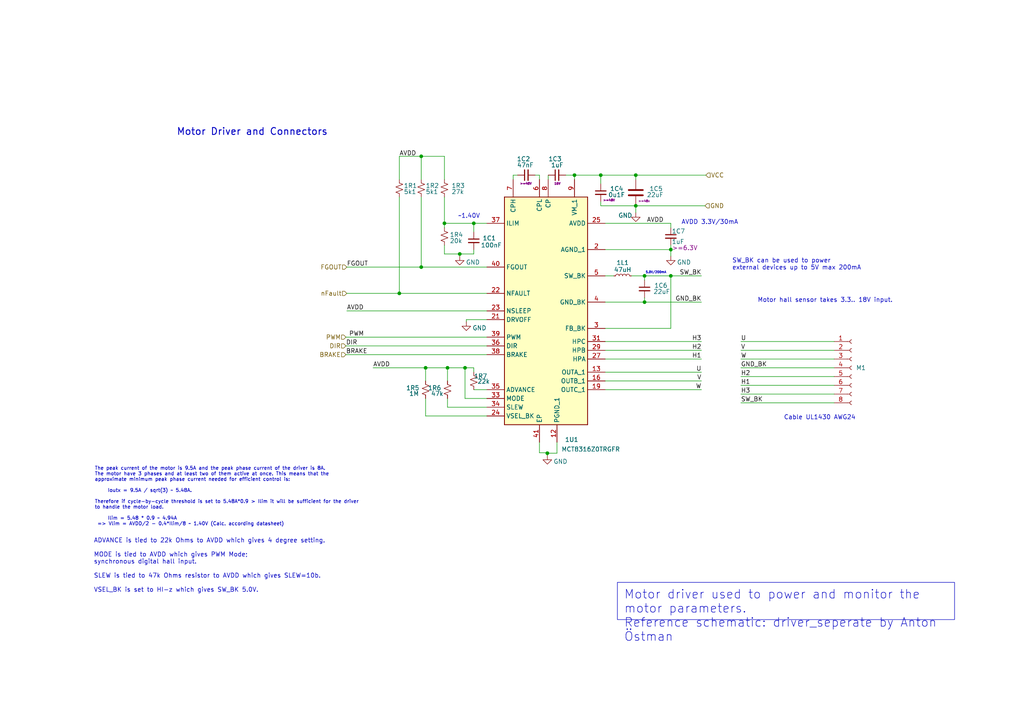
<source format=kicad_sch>
(kicad_sch (version 20231120) (generator "eeschema") (generator_version "8.0")
  (paper "A4")
  (lib_symbols
    (symbol "Connector:Conn_01x08_Socket" (pin_names (offset 1.016) hide)
      (property "Reference" "J" (at 0 10.16 0))
      (property "Value" "Conn_01x08_Socket" (at 0 -12.7 0))
      (symbol "Conn_01x08_Socket_1_1"
        (arc (start 0 -9.652) (mid -0.5058 -10.16) (end 0 -10.668) (stroke (width 0.1524)))
        (arc (start 0 -7.112) (mid -0.5058 -7.62) (end 0 -8.128) (stroke (width 0.1524)))
        (arc (start 0 -4.572) (mid -0.5058 -5.08) (end 0 -5.588) (stroke (width 0.1524)))
        (arc (start 0 -2.032) (mid -0.5058 -2.54) (end 0 -3.048) (stroke (width 0.1524)))
        (polyline (pts (xy -1.27 -10.16) (xy -0.508 -10.16)) (stroke (width 0.1524)))
        (polyline (pts (xy -1.27 -7.62) (xy -0.508 -7.62)) (stroke (width 0.1524)))
        (polyline (pts (xy -1.27 -5.08) (xy -0.508 -5.08)) (stroke (width 0.1524)))
        (polyline (pts (xy -1.27 -2.54) (xy -0.508 -2.54)) (stroke (width 0.1524)))
        (polyline (pts (xy -1.27 0) (xy -0.508 0)) (stroke (width 0.1524)))
        (polyline (pts (xy -1.27 2.54) (xy -0.508 2.54)) (stroke (width 0.1524)))
        (polyline (pts (xy -1.27 5.08) (xy -0.508 5.08)) (stroke (width 0.1524)))
        (polyline (pts (xy -1.27 7.62) (xy -0.508 7.62)) (stroke (width 0.1524)))
        (arc (start 0 0.508) (mid -0.5058 0) (end 0 -0.508) (stroke (width 0.1524)))
        (arc (start 0 3.048) (mid -0.5058 2.54) (end 0 2.032) (stroke (width 0.1524)))
        (arc (start 0 5.588) (mid -0.5058 5.08) (end 0 4.572) (stroke (width 0.1524)))
        (arc (start 0 8.128) (mid -0.5058 7.62) (end 0 7.112) (stroke (width 0.1524)))
        (pin passive line (at -5.08 7.62 0) (length 3.81) (name "Pin_1") (number "1"))
        (pin passive line (at -5.08 5.08 0) (length 3.81) (name "Pin_2") (number "2"))
        (pin passive line (at -5.08 2.54 0) (length 3.81) (name "Pin_3") (number "3"))
        (pin passive line (at -5.08 0 0) (length 3.81) (name "Pin_4") (number "4"))
        (pin passive line (at -5.08 -2.54 0) (length 3.81) (name "Pin_5") (number "5"))
        (pin passive line (at -5.08 -5.08 0) (length 3.81) (name "Pin_6") (number "6"))
        (pin passive line (at -5.08 -7.62 0) (length 3.81) (name "Pin_7") (number "7"))
        (pin passive line (at -5.08 -10.16 0) (length 3.81) (name "Pin_8") (number "8"))
      )
    )
    (symbol "Device:C" (pin_numbers hide) (pin_names (offset 0.254))
      (property "Reference" "C" (at 0.635 2.54 0))
      (property "Value" "C" (at 0.635 -2.54 0))
      (symbol "C_0_1"
        (polyline (pts (xy -2.032 -0.762) (xy 2.032 -0.762)) (stroke (width 0.508)))
        (polyline (pts (xy -2.032 0.762) (xy 2.032 0.762)) (stroke (width 0.508)))
      )
      (symbol "C_1_1"
        (pin passive line (at 0 3.81 270) (length 2.794) (name "~") (number "1"))
        (pin passive line (at 0 -3.81 90) (length 2.794) (name "~") (number "2"))
      )
    )
    (symbol "Device:C_Small" (pin_numbers hide) (pin_names (offset 0.254) hide)
      (property "Reference" "C" (at 0.254 1.778 0))
      (property "Value" "C_Small" (at 0.254 -2.032 0))
      (symbol "C_Small_0_1"
        (polyline (pts (xy -1.524 -0.508) (xy 1.524 -0.508)) (stroke (width 0.3302)))
        (polyline (pts (xy -1.524 0.508) (xy 1.524 0.508)) (stroke (width 0.3048)))
      )
      (symbol "C_Small_1_1"
        (pin passive line (at 0 2.54 270) (length 2.032) (name "~") (number "1"))
        (pin passive line (at 0 -2.54 90) (length 2.032) (name "~") (number "2"))
      )
    )
    (symbol "Device:L_Small" (pin_numbers hide) (pin_names (offset 0.254) hide)
      (property "Reference" "L" (at 0.762 1.016 0))
      (property "Value" "L_Small" (at 0.762 -1.016 0))
      (symbol "L_Small_0_1"
        (arc (start 0 -2.032) (mid 0.5058 -1.524) (end 0 -1.016))
        (arc (start 0 -1.016) (mid 0.5058 -0.508) (end 0 0))
        (arc (start 0 0) (mid 0.5058 0.508) (end 0 1.016))
        (arc (start 0 1.016) (mid 0.5058 1.524) (end 0 2.032))
      )
      (symbol "L_Small_1_1"
        (pin passive line (at 0 2.54 270) (length 0.508) (name "~") (number "1"))
        (pin passive line (at 0 -2.54 90) (length 0.508) (name "~") (number "2"))
      )
    )
    (symbol "Device:R_Small_US" (pin_numbers hide) (pin_names (offset 0.254) hide)
      (property "Reference" "R" (at 0.762 0.508 0))
      (property "Value" "R_Small_US" (at 0.762 -1.016 0))
      (symbol "R_Small_US_1_1"
        (polyline (pts (xy 0 0) (xy 1.016 -0.381) (xy 0 -0.762) (xy -1.016 -1.143) (xy 0 -1.524)))
        (polyline (pts (xy 0 1.524) (xy 1.016 1.143) (xy 0 0.762) (xy -1.016 0.381) (xy 0 0)))
        (pin passive line (at 0 2.54 270) (length 1.016) (name "~") (number "1"))
        (pin passive line (at 0 -2.54 90) (length 1.016) (name "~") (number "2"))
      )
    )
    (symbol "MCT8316Z0TQRGFRQ1:MCT8316Z0TQRGFRQ1"
      (property "Reference" "IC?" (at 5.08 -54.61 0))
      (property "Value" "MCT8316Z0TQRGFRQ1" (at 21.59 -54.61 0))
      (symbol "MCT8316Z0TQRGFRQ1_1_1"
        (rectangle (start 5.08 12.7) (end 29.21 -53.34) (stroke (width 0.254)) (fill (type background)))
        (pin no_connect line (at 29.21 -5.08 180) (length 5.08) hide (name "NC") (number "1"))
        (pin passive line (at 25.4 17.78 270) (length 5.08) hide (name "VM_2") (number "10"))
        (pin passive line (at 25.4 17.78 270) (length 5.08) hide (name "VM_3") (number "11"))
        (pin passive line (at 20.32 -58.42 90) (length 5.08) (name "PGND_1") (number "12"))
        (pin passive line (at 34.29 -38.1 180) (length 5.08) (name "OUTA_1") (number "13"))
        (pin passive line (at 34.29 -38.1 180) (length 5.08) hide (name "OUTA_2") (number "14"))
        (pin passive line (at 20.32 -58.42 90) (length 5.08) hide (name "PGND_2") (number "15"))
        (pin passive line (at 34.29 -40.64 180) (length 5.08) (name "OUTB_1") (number "16"))
        (pin passive line (at 34.29 -40.64 180) (length 5.08) hide (name "OUTB_2") (number "17"))
        (pin passive line (at 20.32 -58.42 90) (length 5.08) hide (name "PGND_3") (number "18"))
        (pin passive line (at 34.29 -43.18 180) (length 5.08) (name "OUTC_1") (number "19"))
        (pin passive line (at 34.29 -2.54 180) (length 5.08) (name "AGND_1") (number "2"))
        (pin passive line (at 34.29 -43.18 180) (length 5.08) hide (name "OUTC_2") (number "20"))
        (pin passive line (at 0 -22.86 0) (length 5.08) (name "DRVOFF") (number "21"))
        (pin passive line (at 0 -15.24 0) (length 5.08) (name "NFAULT") (number "22"))
        (pin passive line (at 0 -20.32 0) (length 5.08) (name "NSLEEP") (number "23"))
        (pin passive line (at 0 -50.8 0) (length 5.08) (name "VSEL_BK") (number "24"))
        (pin passive line (at 34.29 5.08 180) (length 5.08) (name "AVDD") (number "25"))
        (pin passive line (at 34.29 -2.54 180) (length 5.08) hide (name "AGND_2") (number "26"))
        (pin passive line (at 34.29 -34.29 180) (length 5.08) (name "HPA") (number "27"))
        (pin no_connect line (at 29.21 -21.59 180) (length 5.08) hide (name "HNA") (number "28"))
        (pin passive line (at 34.29 -31.75 180) (length 5.08) (name "HPB") (number "29"))
        (pin passive line (at 34.29 -25.4 180) (length 5.08) (name "FB_BK") (number "3"))
        (pin no_connect line (at 29.21 -21.59 180) (length 5.08) hide (name "HNB") (number "30"))
        (pin passive line (at 34.29 -29.21 180) (length 5.08) (name "HPC") (number "31"))
        (pin no_connect line (at 29.21 -21.59 180) (length 5.08) hide (name "HNC") (number "32"))
        (pin passive line (at 0 -45.72 0) (length 5.08) (name "MODE") (number "33"))
        (pin passive line (at 0 -48.26 0) (length 5.08) (name "SLEW") (number "34"))
        (pin passive line (at 0 -43.18 0) (length 5.08) (name "ADVANCE") (number "35"))
        (pin passive line (at 0 -30.48 0) (length 5.08) (name "DIR") (number "36"))
        (pin passive line (at 0 5.08 0) (length 5.08) (name "ILIM") (number "37"))
        (pin passive line (at 0 -33.02 0) (length 5.08) (name "BRAKE") (number "38"))
        (pin passive line (at 0 -27.94 0) (length 5.08) (name "PWM") (number "39"))
        (pin passive line (at 34.29 -17.78 180) (length 5.08) (name "GND_BK") (number "4"))
        (pin passive line (at 0 -7.62 0) (length 5.08) (name "FGOUT") (number "40"))
        (pin passive line (at 15.24 -58.42 90) (length 5.08) (name "EP") (number "41"))
        (pin passive line (at 34.29 -10.16 180) (length 5.08) (name "SW_BK") (number "5"))
        (pin passive line (at 15.24 17.78 270) (length 5.08) (name "CPL") (number "6"))
        (pin passive line (at 7.62 17.78 270) (length 5.08) (name "CPH") (number "7"))
        (pin passive line (at 17.78 17.78 270) (length 5.08) (name "CP") (number "8"))
        (pin passive line (at 25.4 17.78 270) (length 5.08) (name "VM_1") (number "9"))
      )
    )
    (symbol "power:GND" (power) (pin_numbers hide) (pin_names (offset 0) hide)
      (property "Value" "GND" (at 0 -3.81 0))
      (symbol "GND_0_1"
        (polyline (pts (xy 0 0) (xy 0 -1.27) (xy 1.27 -1.27) (xy 0 -2.54) (xy -1.27 -1.27) (xy 0 -1.27)))
      )
      (symbol "GND_1_1"
        (pin power_in line (at 0 0 270) (length 0) (name "~") (number "1"))
      )
    )
  )
  (junction (at 166.624 50.8))
  (junction (at 129.794 106.68))
  (junction (at 184.404 59.69))
  (junction (at 133.35 73.66))
  (junction (at 134.874 106.68))
  (junction (at 186.944 80.01))
  (junction (at 122.174 77.47))
  (junction (at 186.944 87.63))
  (junction (at 184.404 50.8))
  (junction (at 123.444 106.68))
  (junction (at 115.824 85.09))
  (junction (at 122.174 45.339))
  (junction (at 137.414 64.77))
  (junction (at 158.75 131.445))
  (junction (at 174.244 50.8))
  (junction (at 128.905 64.77))
  (junction (at 194.564 72.39))
  (junction (at 194.564 80.01))
  (wire (pts (xy 128.905 57.15) (xy 128.905 64.77)))
  (wire (pts (xy 123.444 120.65) (xy 141.224 120.65)))
  (wire (pts (xy 166.624 50.8) (xy 166.624 52.07)))
  (wire (pts (xy 214.884 109.22) (xy 241.935 109.22)))
  (wire (pts (xy 134.874 106.68) (xy 137.414 106.68)))
  (wire (pts (xy 100.584 85.09) (xy 115.824 85.09)))
  (wire (pts (xy 122.174 45.339) (xy 128.905 45.339)))
  (wire (pts (xy 183.134 80.01) (xy 186.944 80.01)))
  (wire (pts (xy 100.33 100.33) (xy 141.224 100.33)))
  (wire (pts (xy 164.084 50.8) (xy 166.624 50.8)))
  (wire (pts (xy 156.464 131.318) (xy 158.75 131.318)))
  (wire (pts (xy 175.514 101.6) (xy 203.454 101.6)))
  (wire (pts (xy 194.564 71.12) (xy 194.564 72.39)))
  (wire (pts (xy 194.564 64.77) (xy 194.564 66.04)))
  (wire (pts (xy 137.414 113.03) (xy 141.224 113.03)))
  (wire (pts (xy 184.404 59.69) (xy 204.47 59.69)))
  (wire (pts (xy 129.794 115.57) (xy 129.794 118.11)))
  (wire (pts (xy 194.564 72.39) (xy 194.564 74.295)))
  (wire (pts (xy 133.35 73.66) (xy 137.414 73.66)))
  (wire (pts (xy 214.884 116.84) (xy 241.935 116.84)))
  (wire (pts (xy 128.905 45.339) (xy 128.905 52.07)))
  (wire (pts (xy 115.824 45.339) (xy 122.174 45.339)))
  (wire (pts (xy 158.75 131.445) (xy 158.75 132.08)))
  (wire (pts (xy 175.514 107.95) (xy 203.454 107.95)))
  (wire (pts (xy 174.244 50.8) (xy 174.244 53.34)))
  (wire (pts (xy 214.884 99.06) (xy 241.935 99.06)))
  (wire (pts (xy 115.824 45.339) (xy 115.824 52.07)))
  (wire (pts (xy 175.514 113.03) (xy 203.454 113.03)))
  (wire (pts (xy 175.514 95.25) (xy 194.564 95.25)))
  (wire (pts (xy 174.244 50.8) (xy 184.404 50.8)))
  (wire (pts (xy 186.944 80.01) (xy 194.564 80.01)))
  (wire (pts (xy 175.514 104.14) (xy 203.454 104.14)))
  (wire (pts (xy 133.35 73.66) (xy 133.35 74.295)))
  (wire (pts (xy 148.844 50.8) (xy 150.114 50.8)))
  (wire (pts (xy 175.514 110.49) (xy 203.454 110.49)))
  (wire (pts (xy 175.514 87.63) (xy 186.944 87.63)))
  (wire (pts (xy 129.794 106.68) (xy 134.874 106.68)))
  (wire (pts (xy 156.464 128.27) (xy 156.464 131.318)))
  (wire (pts (xy 148.844 50.8) (xy 148.844 52.07)))
  (wire (pts (xy 186.944 80.01) (xy 186.944 81.28)))
  (wire (pts (xy 128.905 73.66) (xy 128.905 71.12)))
  (wire (pts (xy 175.514 72.39) (xy 194.564 72.39)))
  (wire (pts (xy 158.75 131.445) (xy 161.544 131.445)))
  (wire (pts (xy 161.544 128.27) (xy 161.544 131.445)))
  (wire (pts (xy 134.874 115.57) (xy 141.224 115.57)))
  (wire (pts (xy 175.514 99.06) (xy 203.454 99.06)))
  (wire (pts (xy 214.884 111.76) (xy 241.935 111.76)))
  (wire (pts (xy 175.514 80.01) (xy 178.054 80.01)))
  (wire (pts (xy 214.884 114.3) (xy 241.935 114.3)))
  (wire (pts (xy 129.794 118.11) (xy 141.224 118.11)))
  (wire (pts (xy 186.944 86.36) (xy 186.944 87.63)))
  (wire (pts (xy 137.414 106.68) (xy 137.414 107.95)))
  (wire (pts (xy 115.824 85.09) (xy 141.224 85.09)))
  (wire (pts (xy 122.174 77.47) (xy 141.224 77.47)))
  (wire (pts (xy 108.204 106.68) (xy 123.444 106.68)))
  (wire (pts (xy 128.905 73.66) (xy 133.35 73.66)))
  (wire (pts (xy 137.414 64.77) (xy 141.224 64.77)))
  (wire (pts (xy 175.514 64.77) (xy 194.564 64.77)))
  (wire (pts (xy 122.174 57.15) (xy 122.174 77.47)))
  (wire (pts (xy 184.404 50.8) (xy 184.404 52.07)))
  (wire (pts (xy 135.255 92.71) (xy 141.224 92.71)))
  (wire (pts (xy 100.584 90.17) (xy 141.224 90.17)))
  (wire (pts (xy 129.794 106.68) (xy 129.794 110.49)))
  (wire (pts (xy 135.255 92.71) (xy 135.255 93.345)))
  (wire (pts (xy 123.444 115.57) (xy 123.444 120.65)))
  (wire (pts (xy 156.464 50.8) (xy 155.194 50.8)))
  (wire (pts (xy 159.004 50.8) (xy 159.004 52.07)))
  (wire (pts (xy 123.444 106.68) (xy 129.794 106.68)))
  (wire (pts (xy 174.244 59.69) (xy 184.404 59.69)))
  (wire (pts (xy 158.75 131.318) (xy 158.75 131.445)))
  (wire (pts (xy 156.464 50.8) (xy 156.464 52.07)))
  (wire (pts (xy 128.905 64.77) (xy 128.905 66.04)))
  (wire (pts (xy 123.444 110.49) (xy 123.444 106.68)))
  (wire (pts (xy 194.564 80.01) (xy 194.564 95.25)))
  (wire (pts (xy 137.414 64.77) (xy 137.414 67.31)))
  (wire (pts (xy 186.944 87.63) (xy 203.454 87.63)))
  (wire (pts (xy 214.884 106.68) (xy 241.935 106.68)))
  (wire (pts (xy 122.174 77.47) (xy 100.584 77.47)))
  (wire (pts (xy 128.905 64.77) (xy 137.414 64.77)))
  (wire (pts (xy 184.404 59.69) (xy 184.404 61.722)))
  (wire (pts (xy 166.624 50.8) (xy 174.244 50.8)))
  (wire (pts (xy 100.33 97.79) (xy 141.224 97.79)))
  (wire (pts (xy 194.564 80.01) (xy 203.454 80.01)))
  (wire (pts (xy 174.244 58.42) (xy 174.244 59.69)))
  (wire (pts (xy 184.404 50.8) (xy 204.724 50.8)))
  (wire (pts (xy 214.884 104.14) (xy 241.935 104.14)))
  (wire (pts (xy 100.33 102.87) (xy 141.224 102.87)))
  (wire (pts (xy 115.824 57.15) (xy 115.824 85.09)))
  (wire (pts (xy 137.414 72.39) (xy 137.414 73.66)))
  (wire (pts (xy 122.174 45.339) (xy 122.174 52.07)))
  (wire (pts (xy 134.874 106.68) (xy 134.874 115.57)))
  (wire (pts (xy 214.884 101.6) (xy 241.935 101.6)))
  (text_box "Motor driver used to power and monitor the motor parameters.\nReference schematic: driver_seperate by Anton Östman" (at 179.07 168.91 0) (size 97.79 10.795) (effects (font (size 2.54 2.54)) (justify left top)))
  (text "Motor hall sensor takes 3.3.. 18V input." (at 219.71 87.884 0) (effects (font (size 1.27 1.27)) (justify left bottom)))
  (text "ADVANCE is tied to 22k Ohms to AVDD which gives 4 degree setting.\n\nMODE is tied to AVDD which gives PWM Mode;\nsynchronous digital hall input.\n\nSLEW is tied to 47k Ohms resistor to AVDD which gives SLEW=10b.\n\nVSEL_BK is set to HI-z which gives SW_BK 5.0V." (at 27.178 171.958 0) (effects (font (size 1.27 1.27)) (justify left bottom)))
  (text "The peak current of the motor is 9.5A and the peak phase current of the driver is 8A.\nThe motor have 3 phases and at least two of them active at once. This means that the\napproximate minimum peak phase current needed for efficient control is:\n	\n	Ioutx = 9.5A / sqrt(3) ~ 5.48A.\n\nTherefore if cycle-by-cycle threshold is set to 5.48A*0.9 > Ilim it will be sufficient for the driver\nto handle the motor load.\n\n	Ilim = 5.48 * 0.9 ~ 4.94A\n => Vlim = AVDD/2 - 0.4*Ilim/8 ~ 1.40V (Calc. according datasheet)" (at 27.432 152.654 0) (effects (font (size 1 1)) (justify left bottom)))
  (text "~1.40V" (at 132.842 63.5 0) (effects (font (size 1.27 1.27)) (justify left bottom)))
  (text "Cable UL1430 AWG24" (at 227.33 121.92 0) (effects (font (size 1.27 1.27)) (justify left bottom)))
  (text "SW_BK can be used to power \nexternal devices up to 5V max 200mA\n" (at 212.344 78.486 0) (effects (font (size 1.27 1.27)) (justify left bottom)))
  (text "5.0V/200mA" (at 187.198 79.502 0) (effects (font (size 0.635 0.635)) (justify left bottom)))
  (text "Motor Driver and Connectors" (at 51.181 39.497 0) (effects (font (size 2 2) (thickness 0.254) (bold yes)) (justify left bottom)))
  (text "AVDD 3.3V/30mA" (at 197.612 65.278 0) (effects (font (size 1.27 1.27)) (justify left bottom)))
  (label "U" (at 214.884 99.06 0))
  (label "GND_BK" (at 214.884 106.68 0))
  (label "FGOUT" (at 100.584 77.47 0))
  (label "H2" (at 203.454 101.6 180))
  (label "GND_BK" (at 203.454 87.63 180))
  (label "U" (at 203.454 107.95 180))
  (label "H3" (at 203.454 99.06 180))
  (label "PWM" (at 101.219 97.79 0))
  (label "H3" (at 214.884 114.3 0))
  (label "V" (at 203.454 110.49 180))
  (label "H1" (at 203.454 104.14 180))
  (label "AVDD" (at 100.584 90.17 0))
  (label "DIR" (at 100.33 100.33 0))
  (label "AVDD" (at 187.579 64.77 0))
  (label "SW_BK" (at 203.454 80.01 180))
  (label "W" (at 203.454 113.03 180))
  (label "AVDD" (at 115.824 45.466 0))
  (label "BRAKE" (at 100.33 102.87 0))
  (label "AVDD" (at 108.204 106.68 0))
  (label "SW_BK" (at 214.884 116.84 0))
  (label "W" (at 214.884 104.14 0))
  (label "H1" (at 214.884 111.76 0))
  (label "V" (at 214.884 101.6 0))
  (label "H2" (at 214.884 109.22 0))
  (hierarchical_label "FGOUT" (shape input) (at 100.584 77.47 180))
  (hierarchical_label "PWM" (shape input) (at 100.33 97.79 180))
  (hierarchical_label "DIR" (shape input) (at 100.33 100.33 180))
  (hierarchical_label "VCC" (shape input) (at 204.724 50.8 0))
  (hierarchical_label "BRAKE" (shape input) (at 100.33 102.87 180))
  (hierarchical_label "GND" (shape input) (at 204.47 59.69 0))
  (hierarchical_label "nFault" (shape input) (at 100.584 85.09 180))
  (symbol (lib_id "Device:C_Small") (at 174.244 55.88 0) (unit 1)
    (property "Reference" "1C4" (at 176.911 54.737 0) (effects (justify left)))
    (property "Value" "0u1F" (at 176.403 56.515 0) (effects (justify left)))
    (property "Footprint" "Capacitor_SMD:C_0402_1005Metric" (effects (hide yes)))
    (property "Description" "MFR.Part # CL05B104KB54PNC JLCPCB Part # C307331" (effects (hide yes)))
    (property "Voltage" ">=48V" (at 176.657 58.039 0) (effects (font (size 0.635 0.635))))
  )
  (symbol (lib_id "power:GND") (at 194.564 74.295 0) (unit 1)
    (property "Reference" "#PWR023" (effects (hide yes)))
    (property "Value" "GND" (at 198.374 76.073 0))
    (property "Description" "Power symbol creates a global label with name \"GND\" , ground" (effects (hide yes)))
  )
  (symbol (lib_id "power:GND") (at 133.35 74.295 0) (unit 1)
    (property "Reference" "#PWR020" (effects (hide yes)))
    (property "Value" "GND" (at 137.16 76.073 0))
    (property "Description" "Power symbol creates a global label with name \"GND\" , ground" (effects (hide yes)))
  )
  (symbol (lib_id "Device:R_Small_US") (at 129.794 113.03 180) (unit 1)
    (property "Reference" "1R6" (at 128.016 112.522 0) (effects (justify left)))
    (property "Value" "47k" (at 128.651 114.173 0) (effects (justify left)))
    (property "Footprint" "Resistor_SMD:R_0402_1005Metric" (effects (hide yes)))
    (property "Description" "MFR.Part # 0402WGF4702TCE JLCPCB Part # C25792" (effects (hide yes)))
  )
  (symbol (lib_id "Device:C_Small") (at 161.544 50.8 90) (unit 1)
    (property "Reference" "1C3" (at 162.941 46.101 90) (effects (justify left)))
    (property "Value" "1uF" (at 163.449 47.879 90) (effects (justify left)))
    (property "Footprint" "Capacitor_SMD:C_0402_1005Metric" (effects (hide yes)))
    (property "Description" "MFR.Part # CL05A105KP5NNNC JLCPCB Part # C14445" (effects (hide yes)))
    (property "Voltage" "16V" (at 161.671 53.213 90) (effects (font (size 0.635 0.635))))
  )
  (symbol (lib_id "power:GND") (at 158.75 132.08 0) (unit 1)
    (property "Reference" "#PWR019" (effects (hide yes)))
    (property "Value" "GND" (at 162.56 133.858 0))
    (property "Description" "Power symbol creates a global label with name \"GND\" , ground" (effects (hide yes)))
  )
  (symbol (lib_id "Device:R_Small_US") (at 115.824 54.61 0) (unit 1)
    (property "Reference" "1R1" (at 117.094 53.848 0) (effects (justify left)))
    (property "Value" "5k1" (at 117.094 55.626 0) (effects (justify left)))
    (property "Footprint" "Resistor_SMD:R_0603_1608Metric" (effects (hide yes)))
    (property "Description" "MFR.Part # ERJ3GEYJ512V JLCPCB Part # C403509" (effects (hide yes)))
  )
  (symbol (lib_id "power:GND") (at 184.404 61.722 0) (unit 1)
    (property "Reference" "#PWR022" (effects (hide yes)))
    (property "Value" "GND" (at 181.356 62.484 0))
    (property "Description" "Power symbol creates a global label with name \"GND\" , ground" (effects (hide yes)))
  )
  (symbol (lib_id "MCT8316Z0TQRGFRQ1:MCT8316Z0TQRGFRQ1") (at 141.224 69.85 0) (unit 1)
    (property "Reference" "1U1" (at 163.83 127.508 0) (effects (justify left)))
    (property "Value" "MCT8316Z0TRGFR" (at 162.814 130.302 0) (effects (justify left)))
    (property "Footprint" "motorDriver:RGF0040E-IPC_B" (effects (hide yes)))
    (property "Description" "MFR.Part # MCT8316Z0TRGFR JLCPCB Part # C3681342" (effects (hide yes)))
    (property "Reference_1" "IC" (effects (hide yes)))
    (property "Value_1" "MCT8316Z0TQRGFRQ1" (effects (hide yes)))
    (property "Footprint_1" "QFN50P500X700X100-41N-D" (effects (hide yes)))
    (property "Datasheet_1" "https://www.ti.com/lit/ds/symlink/mct8316z-q1.pdf?ts=1644468763902&ref_url=https%253A%252F%252Fwww.ti.com%252Fproduct%252FMCT8316Z-Q1" (effects (hide yes)))
    (property "Height" "1" (effects (hide yes)))
    (property "Mouser Part Number" "595-CT8316Z0TQRGFRQ1" (effects (hide yes)))
    (property "Mouser Price/Stock" "https://www.mouser.co.uk/ProductDetail/Texas-Instruments/MCT8316Z0TQRGFRQ1?qs=doiCPypUmgGjpIW3bYp16w%3D%3D" (effects (hide yes)))
    (property "Manufacturer_Name" "Texas Instruments" (effects (hide yes)))
    (property "Manufacturer_Part_Number" "MCT8316Z0TQRGFRQ1" (effects (hide yes)))
  )
  (symbol (lib_id "Device:L_Small") (at 180.594 80.01 90) (unit 1)
    (property "Reference" "1L1" (at 180.594 76.2 90))
    (property "Value" "47uH" (at 180.594 78.232 90))
    (property "Footprint" "Inductor_SMD:L_0805_2012Metric" (effects (hide yes)))
    (property "Description" "MFR.Part # CMI201212J470KT JLCPCB Part # C105499" (effects (hide yes)))
  )
  (symbol (lib_id "Device:R_Small_US") (at 128.905 68.58 0) (unit 1)
    (property "Reference" "1R4" (at 130.429 68.072 0) (effects (justify left)))
    (property "Value" "20k" (at 130.429 69.85 0) (effects (justify left)))
    (property "Footprint" "Resistor_SMD:R_0603_1608Metric" (effects (hide yes)))
    (property "Description" "MFR.Part # 0603WAF2002T5E JLCPCB Part # C4184" (effects (hide yes)))
  )
  (symbol (lib_id "Device:C_Small") (at 152.654 50.8 90) (unit 1)
    (property "Reference" "1C2" (at 153.797 46.101 90) (effects (justify left)))
    (property "Value" "47nF" (at 154.813 47.879 90) (effects (justify left)))
    (property "Footprint" "Capacitor_SMD:C_0402_1005Metric" (effects (hide yes)))
    (property "Description" "MFR.Part # CL05B473KB5VPNC JLCPCB Part # C307339" (effects (hide yes)))
    (property "Voltage" ">=48V" (at 152.527 53.213 90) (effects (font (size 0.635 0.635))))
  )
  (symbol (lib_id "Device:C") (at 184.404 55.88 0) (unit 1)
    (property "Reference" "1C5" (at 188.341 54.737 0) (effects (justify left)))
    (property "Value" "22uF" (at 187.579 56.515 0) (effects (justify left)))
    (property "Footprint" "Capacitor_SMD:C_2220_5750Metric" (effects (hide yes)))
    (property "Description" "MFR.Part # FS55X226K500EHG JLCPCB Part # C784103" (effects (hide yes)))
    (property "Voltage" ">=48v" (at 186.817 58.293 0) (effects (font (size 0.635 0.635))))
  )
  (symbol (lib_id "Device:C_Small") (at 194.564 68.58 0) (unit 1)
    (property "Reference" "1C7" (at 194.818 67.056 0) (effects (justify left)))
    (property "Value" "1uF" (at 194.818 70.104 0) (effects (justify left)))
    (property "Footprint" "Capacitor_SMD:C_0402_1005Metric" (effects (hide yes)))
    (property "Description" "MFR.Part # GRM155R61A105KE15D JLCPCB Part # C76999" (effects (hide yes)))
    (property "Voltage" ">=6.3V" (at 198.628 71.882 0))
  )
  (symbol (lib_id "Device:R_Small_US") (at 137.414 110.49 180) (unit 1)
    (property "Reference" "1R7" (at 141.351 109.093 0) (effects (justify left)))
    (property "Value" "22k" (at 142.113 110.617 0) (effects (justify left)))
    (property "Footprint" "Resistor_SMD:R_0402_1005Metric" (effects (hide yes)))
    (property "Description" "MFR.Part # 0402WGJ0223TCE JLCPCB Part # C25547" (effects (hide yes)))
  )
  (symbol (lib_id "power:GND") (at 135.255 93.345 0) (unit 1)
    (property "Reference" "#PWR056" (effects (hide yes)))
    (property "Value" "GND" (at 139.065 95.123 0))
    (property "Description" "Power symbol creates a global label with name \"GND\" , ground" (effects (hide yes)))
  )
  (symbol (lib_id "Device:C_Small") (at 186.944 83.82 0) (unit 1)
    (property "Reference" "1C6" (at 189.738 82.804 0) (effects (justify left)))
    (property "Value" "22uF" (at 189.484 84.582 0) (effects (justify left)))
    (property "Footprint" "Capacitor_SMD:C_0402_1005Metric" (effects (hide yes)))
    (property "Description" "MFR.Part # CL05A226MQ5QUNC JLCPCB Part # C105226" (effects (hide yes)))
  )
  (symbol (lib_id "Connector:Conn_01x08_Socket") (at 247.015 106.68 0) (unit 1)
    (property "Reference" "M1" (at 248.285 106.6799 0) (effects (justify left)))
    (property "Value" "Conn_01x08_Socket" (effects (hide yes)))
    (property "Footprint" "Connector_PinHeader_2.54mm:PinHeader_1x08_P2.54mm_Vertical" (effects (hide yes)))
    (property "Description" "MFR.Part # HB-PH3-25418PB2GOP JLCPCB Part # C6332201" (effects (hide yes)))
  )
  (symbol (lib_id "Device:C_Small") (at 137.414 69.85 0) (unit 1)
    (property "Reference" "1C1" (at 139.954 69.088 0) (effects (justify left)))
    (property "Value" "100nF" (at 139.446 71.12 0) (effects (justify left)))
    (property "Footprint" "Capacitor_SMD:C_0402_1005Metric" (effects (hide yes)))
    (property "Description" "MFR.Part # CL05B104KO5NNNC JLCPCB Part # C1525" (effects (hide yes)))
  )
  (symbol (lib_id "Device:R_Small_US") (at 122.174 54.61 0) (unit 1)
    (property "Reference" "1R2" (at 123.444 53.848 0) (effects (justify left)))
    (property "Value" "5k1" (at 123.444 55.626 0) (effects (justify left)))
    (property "Footprint" "Resistor_SMD:R_0603_1608Metric" (effects (hide yes)))
    (property "Description" "MFR.Part # ERJ3GEYJ512V JLCPCB Part # C403509" (effects (hide yes)))
  )
  (symbol (lib_id "Device:R_Small_US") (at 128.905 54.61 0) (unit 1)
    (property "Reference" "1R3" (at 130.937 53.848 0) (effects (justify left)))
    (property "Value" "27k" (at 130.937 55.626 0) (effects (justify left)))
    (property "Footprint" "Resistor_SMD:R_0603_1608Metric" (effects (hide yes)))
    (property "Description" "MFR.Part # 0603WAF2702T5E JLCPCB Part # C22967" (effects (hide yes)))
  )
  (symbol (lib_id "Device:R_Small_US") (at 123.444 113.03 180) (unit 1)
    (property "Reference" "1R5" (at 121.666 112.522 0) (effects (justify left)))
    (property "Value" "1M" (at 121.539 114.173 0) (effects (justify left)))
    (property "Footprint" "Resistor_SMD:R_0805_2012Metric" (effects (hide yes)))
    (property "Description" "MFR.Part # RC0805FR-071ML JLCPCB Part # C107700" (effects (hide yes)))
  )
)
</source>
